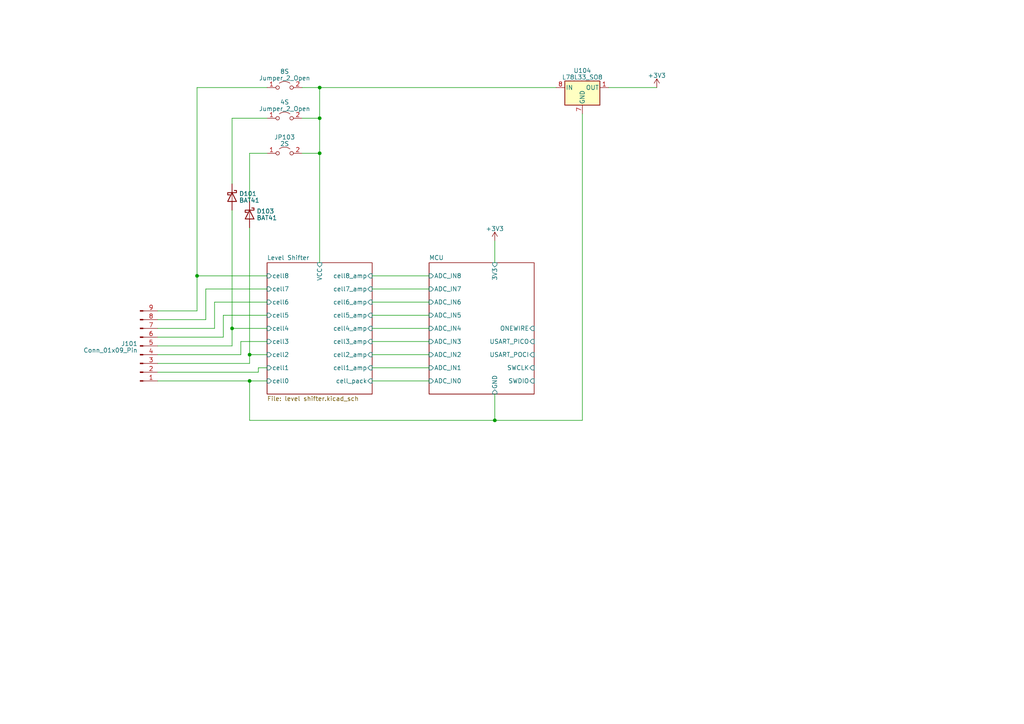
<source format=kicad_sch>
(kicad_sch (version 20230121) (generator eeschema)

  (uuid a7d525ca-c4cb-4a7a-8337-8afd7514bbeb)

  (paper "A4")

  (title_block
    (title "Voltmod - Level Shifter")
    (date "2023-03-23")
    (rev "01")
    (company "Rollo Vanworks")
  )

  (lib_symbols
    (symbol "Connector:Conn_01x09_Pin" (pin_names (offset 1.016) hide) (in_bom yes) (on_board yes)
      (property "Reference" "J" (at 0 12.7 0)
        (effects (font (size 1.27 1.27)))
      )
      (property "Value" "Conn_01x09_Pin" (at 0 -12.7 0)
        (effects (font (size 1.27 1.27)))
      )
      (property "Footprint" "" (at 0 0 0)
        (effects (font (size 1.27 1.27)) hide)
      )
      (property "Datasheet" "~" (at 0 0 0)
        (effects (font (size 1.27 1.27)) hide)
      )
      (property "ki_locked" "" (at 0 0 0)
        (effects (font (size 1.27 1.27)))
      )
      (property "ki_keywords" "connector" (at 0 0 0)
        (effects (font (size 1.27 1.27)) hide)
      )
      (property "ki_description" "Generic connector, single row, 01x09, script generated" (at 0 0 0)
        (effects (font (size 1.27 1.27)) hide)
      )
      (property "ki_fp_filters" "Connector*:*_1x??_*" (at 0 0 0)
        (effects (font (size 1.27 1.27)) hide)
      )
      (symbol "Conn_01x09_Pin_1_1"
        (polyline
          (pts
            (xy 1.27 -10.16)
            (xy 0.8636 -10.16)
          )
          (stroke (width 0.1524) (type default))
          (fill (type none))
        )
        (polyline
          (pts
            (xy 1.27 -7.62)
            (xy 0.8636 -7.62)
          )
          (stroke (width 0.1524) (type default))
          (fill (type none))
        )
        (polyline
          (pts
            (xy 1.27 -5.08)
            (xy 0.8636 -5.08)
          )
          (stroke (width 0.1524) (type default))
          (fill (type none))
        )
        (polyline
          (pts
            (xy 1.27 -2.54)
            (xy 0.8636 -2.54)
          )
          (stroke (width 0.1524) (type default))
          (fill (type none))
        )
        (polyline
          (pts
            (xy 1.27 0)
            (xy 0.8636 0)
          )
          (stroke (width 0.1524) (type default))
          (fill (type none))
        )
        (polyline
          (pts
            (xy 1.27 2.54)
            (xy 0.8636 2.54)
          )
          (stroke (width 0.1524) (type default))
          (fill (type none))
        )
        (polyline
          (pts
            (xy 1.27 5.08)
            (xy 0.8636 5.08)
          )
          (stroke (width 0.1524) (type default))
          (fill (type none))
        )
        (polyline
          (pts
            (xy 1.27 7.62)
            (xy 0.8636 7.62)
          )
          (stroke (width 0.1524) (type default))
          (fill (type none))
        )
        (polyline
          (pts
            (xy 1.27 10.16)
            (xy 0.8636 10.16)
          )
          (stroke (width 0.1524) (type default))
          (fill (type none))
        )
        (rectangle (start 0.8636 -10.033) (end 0 -10.287)
          (stroke (width 0.1524) (type default))
          (fill (type outline))
        )
        (rectangle (start 0.8636 -7.493) (end 0 -7.747)
          (stroke (width 0.1524) (type default))
          (fill (type outline))
        )
        (rectangle (start 0.8636 -4.953) (end 0 -5.207)
          (stroke (width 0.1524) (type default))
          (fill (type outline))
        )
        (rectangle (start 0.8636 -2.413) (end 0 -2.667)
          (stroke (width 0.1524) (type default))
          (fill (type outline))
        )
        (rectangle (start 0.8636 0.127) (end 0 -0.127)
          (stroke (width 0.1524) (type default))
          (fill (type outline))
        )
        (rectangle (start 0.8636 2.667) (end 0 2.413)
          (stroke (width 0.1524) (type default))
          (fill (type outline))
        )
        (rectangle (start 0.8636 5.207) (end 0 4.953)
          (stroke (width 0.1524) (type default))
          (fill (type outline))
        )
        (rectangle (start 0.8636 7.747) (end 0 7.493)
          (stroke (width 0.1524) (type default))
          (fill (type outline))
        )
        (rectangle (start 0.8636 10.287) (end 0 10.033)
          (stroke (width 0.1524) (type default))
          (fill (type outline))
        )
        (pin passive line (at 5.08 10.16 180) (length 3.81)
          (name "Pin_1" (effects (font (size 1.27 1.27))))
          (number "1" (effects (font (size 1.27 1.27))))
        )
        (pin passive line (at 5.08 7.62 180) (length 3.81)
          (name "Pin_2" (effects (font (size 1.27 1.27))))
          (number "2" (effects (font (size 1.27 1.27))))
        )
        (pin passive line (at 5.08 5.08 180) (length 3.81)
          (name "Pin_3" (effects (font (size 1.27 1.27))))
          (number "3" (effects (font (size 1.27 1.27))))
        )
        (pin passive line (at 5.08 2.54 180) (length 3.81)
          (name "Pin_4" (effects (font (size 1.27 1.27))))
          (number "4" (effects (font (size 1.27 1.27))))
        )
        (pin passive line (at 5.08 0 180) (length 3.81)
          (name "Pin_5" (effects (font (size 1.27 1.27))))
          (number "5" (effects (font (size 1.27 1.27))))
        )
        (pin passive line (at 5.08 -2.54 180) (length 3.81)
          (name "Pin_6" (effects (font (size 1.27 1.27))))
          (number "6" (effects (font (size 1.27 1.27))))
        )
        (pin passive line (at 5.08 -5.08 180) (length 3.81)
          (name "Pin_7" (effects (font (size 1.27 1.27))))
          (number "7" (effects (font (size 1.27 1.27))))
        )
        (pin passive line (at 5.08 -7.62 180) (length 3.81)
          (name "Pin_8" (effects (font (size 1.27 1.27))))
          (number "8" (effects (font (size 1.27 1.27))))
        )
        (pin passive line (at 5.08 -10.16 180) (length 3.81)
          (name "Pin_9" (effects (font (size 1.27 1.27))))
          (number "9" (effects (font (size 1.27 1.27))))
        )
      )
    )
    (symbol "Diode:BAT41" (pin_numbers hide) (pin_names (offset 1.016) hide) (in_bom yes) (on_board yes)
      (property "Reference" "D" (at 0 2.54 0)
        (effects (font (size 1.27 1.27)))
      )
      (property "Value" "BAT41" (at 0 -2.54 0)
        (effects (font (size 1.27 1.27)))
      )
      (property "Footprint" "Diode_THT:D_DO-35_SOD27_P7.62mm_Horizontal" (at 0 -4.445 0)
        (effects (font (size 1.27 1.27)) hide)
      )
      (property "Datasheet" "http://www.vishay.com/docs/85659/bat41.pdf" (at 0 0 0)
        (effects (font (size 1.27 1.27)) hide)
      )
      (property "ki_keywords" "diode Schottky" (at 0 0 0)
        (effects (font (size 1.27 1.27)) hide)
      )
      (property "ki_description" "100V 0.1A Small Signal Schottky Diode, DO-35" (at 0 0 0)
        (effects (font (size 1.27 1.27)) hide)
      )
      (property "ki_fp_filters" "D*DO?35*" (at 0 0 0)
        (effects (font (size 1.27 1.27)) hide)
      )
      (symbol "BAT41_0_1"
        (polyline
          (pts
            (xy 1.27 0)
            (xy -1.27 0)
          )
          (stroke (width 0) (type default))
          (fill (type none))
        )
        (polyline
          (pts
            (xy 1.27 1.27)
            (xy 1.27 -1.27)
            (xy -1.27 0)
            (xy 1.27 1.27)
          )
          (stroke (width 0.254) (type default))
          (fill (type none))
        )
        (polyline
          (pts
            (xy -1.905 0.635)
            (xy -1.905 1.27)
            (xy -1.27 1.27)
            (xy -1.27 -1.27)
            (xy -0.635 -1.27)
            (xy -0.635 -0.635)
          )
          (stroke (width 0.254) (type default))
          (fill (type none))
        )
      )
      (symbol "BAT41_1_1"
        (pin passive line (at -3.81 0 0) (length 2.54)
          (name "K" (effects (font (size 1.27 1.27))))
          (number "1" (effects (font (size 1.27 1.27))))
        )
        (pin passive line (at 3.81 0 180) (length 2.54)
          (name "A" (effects (font (size 1.27 1.27))))
          (number "2" (effects (font (size 1.27 1.27))))
        )
      )
    )
    (symbol "Jumper:Jumper_2_Open" (pin_names (offset 0) hide) (in_bom yes) (on_board yes)
      (property "Reference" "JP" (at 0 2.794 0)
        (effects (font (size 1.27 1.27)))
      )
      (property "Value" "Jumper_2_Open" (at 0 -2.286 0)
        (effects (font (size 1.27 1.27)))
      )
      (property "Footprint" "" (at 0 0 0)
        (effects (font (size 1.27 1.27)) hide)
      )
      (property "Datasheet" "~" (at 0 0 0)
        (effects (font (size 1.27 1.27)) hide)
      )
      (property "ki_keywords" "Jumper SPST" (at 0 0 0)
        (effects (font (size 1.27 1.27)) hide)
      )
      (property "ki_description" "Jumper, 2-pole, open" (at 0 0 0)
        (effects (font (size 1.27 1.27)) hide)
      )
      (property "ki_fp_filters" "Jumper* TestPoint*2Pads* TestPoint*Bridge*" (at 0 0 0)
        (effects (font (size 1.27 1.27)) hide)
      )
      (symbol "Jumper_2_Open_0_0"
        (circle (center -2.032 0) (radius 0.508)
          (stroke (width 0) (type default))
          (fill (type none))
        )
        (circle (center 2.032 0) (radius 0.508)
          (stroke (width 0) (type default))
          (fill (type none))
        )
      )
      (symbol "Jumper_2_Open_0_1"
        (arc (start 1.524 1.27) (mid 0 1.778) (end -1.524 1.27)
          (stroke (width 0) (type default))
          (fill (type none))
        )
      )
      (symbol "Jumper_2_Open_1_1"
        (pin passive line (at -5.08 0 0) (length 2.54)
          (name "A" (effects (font (size 1.27 1.27))))
          (number "1" (effects (font (size 1.27 1.27))))
        )
        (pin passive line (at 5.08 0 180) (length 2.54)
          (name "B" (effects (font (size 1.27 1.27))))
          (number "2" (effects (font (size 1.27 1.27))))
        )
      )
    )
    (symbol "Regulator_Linear:L78L33_SO8" (pin_names (offset 0.254)) (in_bom yes) (on_board yes)
      (property "Reference" "U" (at -3.81 3.175 0)
        (effects (font (size 1.27 1.27)))
      )
      (property "Value" "L78L33_SO8" (at 0 3.175 0)
        (effects (font (size 1.27 1.27)) (justify left))
      )
      (property "Footprint" "Package_SO:SOIC-8_3.9x4.9mm_P1.27mm" (at 2.54 5.08 0)
        (effects (font (size 1.27 1.27) italic) hide)
      )
      (property "Datasheet" "http://www.st.com/content/ccc/resource/technical/document/datasheet/15/55/e5/aa/23/5b/43/fd/CD00000446.pdf/files/CD00000446.pdf/jcr:content/translations/en.CD00000446.pdf" (at 5.08 0 0)
        (effects (font (size 1.27 1.27)) hide)
      )
      (property "ki_keywords" "Voltage Regulator 100mA Positive" (at 0 0 0)
        (effects (font (size 1.27 1.27)) hide)
      )
      (property "ki_description" "Positive 100mA 30V Linear Regulator, Fixed Output 3.3V, SO-8" (at 0 0 0)
        (effects (font (size 1.27 1.27)) hide)
      )
      (property "ki_fp_filters" "SOIC*3.9x4.9mm*P1.27mm*" (at 0 0 0)
        (effects (font (size 1.27 1.27)) hide)
      )
      (symbol "L78L33_SO8_0_1"
        (rectangle (start -5.08 1.905) (end 5.08 -5.08)
          (stroke (width 0.254) (type default))
          (fill (type background))
        )
      )
      (symbol "L78L33_SO8_1_1"
        (pin power_out line (at 7.62 0 180) (length 2.54)
          (name "OUT" (effects (font (size 1.27 1.27))))
          (number "1" (effects (font (size 1.27 1.27))))
        )
        (pin passive line (at 0 -7.62 90) (length 2.54) hide
          (name "GND" (effects (font (size 1.27 1.27))))
          (number "2" (effects (font (size 1.27 1.27))))
        )
        (pin passive line (at 0 -7.62 90) (length 2.54) hide
          (name "GND" (effects (font (size 1.27 1.27))))
          (number "3" (effects (font (size 1.27 1.27))))
        )
        (pin no_connect line (at -5.08 -2.54 0) (length 2.54) hide
          (name "NC" (effects (font (size 1.27 1.27))))
          (number "4" (effects (font (size 1.27 1.27))))
        )
        (pin no_connect line (at 5.08 -2.54 180) (length 2.54) hide
          (name "NC" (effects (font (size 1.27 1.27))))
          (number "5" (effects (font (size 1.27 1.27))))
        )
        (pin passive line (at 0 -7.62 90) (length 2.54) hide
          (name "GND" (effects (font (size 1.27 1.27))))
          (number "6" (effects (font (size 1.27 1.27))))
        )
        (pin power_in line (at 0 -7.62 90) (length 2.54)
          (name "GND" (effects (font (size 1.27 1.27))))
          (number "7" (effects (font (size 1.27 1.27))))
        )
        (pin power_in line (at -7.62 0 0) (length 2.54)
          (name "IN" (effects (font (size 1.27 1.27))))
          (number "8" (effects (font (size 1.27 1.27))))
        )
      )
    )
    (symbol "power:+3V3" (power) (pin_names (offset 0)) (in_bom yes) (on_board yes)
      (property "Reference" "#PWR" (at 0 -3.81 0)
        (effects (font (size 1.27 1.27)) hide)
      )
      (property "Value" "+3V3" (at 0 3.556 0)
        (effects (font (size 1.27 1.27)))
      )
      (property "Footprint" "" (at 0 0 0)
        (effects (font (size 1.27 1.27)) hide)
      )
      (property "Datasheet" "" (at 0 0 0)
        (effects (font (size 1.27 1.27)) hide)
      )
      (property "ki_keywords" "global power" (at 0 0 0)
        (effects (font (size 1.27 1.27)) hide)
      )
      (property "ki_description" "Power symbol creates a global label with name \"+3V3\"" (at 0 0 0)
        (effects (font (size 1.27 1.27)) hide)
      )
      (symbol "+3V3_0_1"
        (polyline
          (pts
            (xy -0.762 1.27)
            (xy 0 2.54)
          )
          (stroke (width 0) (type default))
          (fill (type none))
        )
        (polyline
          (pts
            (xy 0 0)
            (xy 0 2.54)
          )
          (stroke (width 0) (type default))
          (fill (type none))
        )
        (polyline
          (pts
            (xy 0 2.54)
            (xy 0.762 1.27)
          )
          (stroke (width 0) (type default))
          (fill (type none))
        )
      )
      (symbol "+3V3_1_1"
        (pin power_in line (at 0 0 90) (length 0) hide
          (name "+3V3" (effects (font (size 1.27 1.27))))
          (number "1" (effects (font (size 1.27 1.27))))
        )
      )
    )
  )

  (junction (at 92.71 34.29) (diameter 0) (color 0 0 0 0)
    (uuid 2cdd2f22-986a-4de3-a244-7df61d01469c)
  )
  (junction (at 72.39 102.87) (diameter 0) (color 0 0 0 0)
    (uuid 66947ba3-75e3-4600-8fe2-318078296c66)
  )
  (junction (at 92.71 25.4) (diameter 0) (color 0 0 0 0)
    (uuid 69b98fa9-bf8e-4a4c-803c-2822e102326b)
  )
  (junction (at 72.39 110.49) (diameter 0) (color 0 0 0 0)
    (uuid 867588f8-a8e3-4483-a9dd-ae2b5b1914b0)
  )
  (junction (at 92.71 44.45) (diameter 0) (color 0 0 0 0)
    (uuid b8af21a3-a5bc-4b49-ba37-a034546d1abd)
  )
  (junction (at 143.51 121.92) (diameter 0) (color 0 0 0 0)
    (uuid d0c72b76-220f-4a83-a0ea-89a3f5846a2b)
  )
  (junction (at 67.31 95.25) (diameter 0) (color 0 0 0 0)
    (uuid eedab907-39b2-4b8d-8d05-acf145d43c9d)
  )
  (junction (at 57.15 80.01) (diameter 0) (color 0 0 0 0)
    (uuid fc8e2af3-2ff3-4103-a1bd-cbcc3db3286a)
  )

  (wire (pts (xy 72.39 121.92) (xy 143.51 121.92))
    (stroke (width 0) (type default))
    (uuid 04641a69-2dd3-4d73-888b-0a8ec05f2c77)
  )
  (wire (pts (xy 45.72 110.49) (xy 72.39 110.49))
    (stroke (width 0) (type default))
    (uuid 086ec9e7-f3fa-434b-8a6e-08b97eba8c70)
  )
  (wire (pts (xy 107.95 106.68) (xy 124.46 106.68))
    (stroke (width 0) (type default))
    (uuid 0b645405-8170-487e-941e-e2ad03288ab4)
  )
  (wire (pts (xy 45.72 107.95) (xy 74.93 107.95))
    (stroke (width 0) (type default))
    (uuid 1081f453-cdfb-463b-bf00-635b82607c8a)
  )
  (wire (pts (xy 107.95 91.44) (xy 124.46 91.44))
    (stroke (width 0) (type default))
    (uuid 14ee6fbf-c4eb-4af8-9cd4-92069e4fc05c)
  )
  (wire (pts (xy 45.72 92.71) (xy 59.69 92.71))
    (stroke (width 0) (type default))
    (uuid 1a728ddd-f97c-4998-a680-5cfc4cc88dd2)
  )
  (wire (pts (xy 62.23 87.63) (xy 77.47 87.63))
    (stroke (width 0) (type default))
    (uuid 1f85c69d-c807-4405-b2f1-25767cbbb339)
  )
  (wire (pts (xy 92.71 25.4) (xy 161.29 25.4))
    (stroke (width 0) (type default))
    (uuid 23206e19-7171-4df0-a849-a98fd0bf8bb8)
  )
  (wire (pts (xy 72.39 44.45) (xy 72.39 58.42))
    (stroke (width 0) (type default))
    (uuid 2459403b-2328-4d31-a87a-ffd322720405)
  )
  (wire (pts (xy 62.23 95.25) (xy 62.23 87.63))
    (stroke (width 0) (type default))
    (uuid 273d67de-3d18-4206-a2ba-140c6afd90fc)
  )
  (wire (pts (xy 67.31 34.29) (xy 67.31 53.34))
    (stroke (width 0) (type default))
    (uuid 27feee75-cda1-4b00-a8de-26206db62dba)
  )
  (wire (pts (xy 74.93 106.68) (xy 77.47 106.68))
    (stroke (width 0) (type default))
    (uuid 29531100-25b8-4bab-90da-c5da7c7664b5)
  )
  (wire (pts (xy 72.39 66.04) (xy 72.39 102.87))
    (stroke (width 0) (type default))
    (uuid 2e93d354-7c37-4942-9189-25f9a06f705e)
  )
  (wire (pts (xy 107.95 102.87) (xy 124.46 102.87))
    (stroke (width 0) (type default))
    (uuid 3ee5b270-f0f4-485b-8f7c-ea613f3b8b76)
  )
  (wire (pts (xy 59.69 83.82) (xy 77.47 83.82))
    (stroke (width 0) (type default))
    (uuid 44fc0c1f-d57d-41f9-8456-df5d2949fb74)
  )
  (wire (pts (xy 107.95 87.63) (xy 124.46 87.63))
    (stroke (width 0) (type default))
    (uuid 4bf56fe8-01c3-4513-bcaf-892fb5804777)
  )
  (wire (pts (xy 67.31 100.33) (xy 67.31 95.25))
    (stroke (width 0) (type default))
    (uuid 4ce55ded-a2cd-46ad-875b-8ec01d72854c)
  )
  (wire (pts (xy 77.47 44.45) (xy 72.39 44.45))
    (stroke (width 0) (type default))
    (uuid 4d0c12bc-5182-4d1a-a63b-62db158e0903)
  )
  (wire (pts (xy 168.91 33.02) (xy 168.91 121.92))
    (stroke (width 0) (type default))
    (uuid 4d70112d-d050-454f-b9bc-8402e898f4ae)
  )
  (wire (pts (xy 87.63 34.29) (xy 92.71 34.29))
    (stroke (width 0) (type default))
    (uuid 4ec898bd-2283-41f1-9d30-02542e6fe565)
  )
  (wire (pts (xy 107.95 83.82) (xy 124.46 83.82))
    (stroke (width 0) (type default))
    (uuid 4f00040c-d2a2-4766-ac0f-6889885635b7)
  )
  (wire (pts (xy 107.95 80.01) (xy 124.46 80.01))
    (stroke (width 0) (type default))
    (uuid 4fa27edd-4d99-4a93-81d9-ff3b5c27a152)
  )
  (wire (pts (xy 64.77 91.44) (xy 77.47 91.44))
    (stroke (width 0) (type default))
    (uuid 55609e48-1fc3-4982-b452-ddcce0c031ae)
  )
  (wire (pts (xy 74.93 107.95) (xy 74.93 106.68))
    (stroke (width 0) (type default))
    (uuid 578c0ac9-2ac0-4aac-90e3-f451d9ed36fc)
  )
  (wire (pts (xy 72.39 105.41) (xy 72.39 102.87))
    (stroke (width 0) (type default))
    (uuid 584ff89c-9808-4933-8c0e-8157d3d72ea4)
  )
  (wire (pts (xy 45.72 102.87) (xy 69.85 102.87))
    (stroke (width 0) (type default))
    (uuid 63cdeb3b-8f39-44d1-97f2-393a4bd5b246)
  )
  (wire (pts (xy 59.69 92.71) (xy 59.69 83.82))
    (stroke (width 0) (type default))
    (uuid 73e5782f-72e6-4969-b009-e5dded2d7c12)
  )
  (wire (pts (xy 143.51 69.85) (xy 143.51 76.2))
    (stroke (width 0) (type default))
    (uuid 7632d7f2-b0ab-44f1-8d2b-dd301afe3d3d)
  )
  (wire (pts (xy 92.71 25.4) (xy 92.71 34.29))
    (stroke (width 0) (type default))
    (uuid 784d5fef-34ae-4b53-b640-a0d58ff2cd42)
  )
  (wire (pts (xy 143.51 121.92) (xy 143.51 114.3))
    (stroke (width 0) (type default))
    (uuid 7b9fff75-d15d-4a51-8c65-5f4f39a95482)
  )
  (wire (pts (xy 45.72 97.79) (xy 64.77 97.79))
    (stroke (width 0) (type default))
    (uuid 7c55d1c0-35ab-4282-917c-6fe4ffbd87f2)
  )
  (wire (pts (xy 176.53 25.4) (xy 190.5 25.4))
    (stroke (width 0) (type default))
    (uuid 80979c0a-d268-45b5-be4c-14e0fadf52a6)
  )
  (wire (pts (xy 92.71 44.45) (xy 92.71 76.2))
    (stroke (width 0) (type default))
    (uuid 82716073-b605-4cc9-9056-dd029a9045bb)
  )
  (wire (pts (xy 107.95 99.06) (xy 124.46 99.06))
    (stroke (width 0) (type default))
    (uuid 873d3026-3ed7-4586-8051-5e5311a69700)
  )
  (wire (pts (xy 45.72 105.41) (xy 72.39 105.41))
    (stroke (width 0) (type default))
    (uuid 882857bd-41f6-458e-a872-4195a4bd4746)
  )
  (wire (pts (xy 45.72 100.33) (xy 67.31 100.33))
    (stroke (width 0) (type default))
    (uuid 8a9dcad5-61e3-4389-bea3-e0366e4387ea)
  )
  (wire (pts (xy 77.47 110.49) (xy 72.39 110.49))
    (stroke (width 0) (type default))
    (uuid 97f73a94-40ac-43eb-8eaf-27a00fbceaac)
  )
  (wire (pts (xy 67.31 95.25) (xy 77.47 95.25))
    (stroke (width 0) (type default))
    (uuid 9fe52a88-1c19-448a-8120-c36dab54a3ac)
  )
  (wire (pts (xy 107.95 95.25) (xy 124.46 95.25))
    (stroke (width 0) (type default))
    (uuid a0f0376e-bcac-4e1b-b7e7-502491ac51e8)
  )
  (wire (pts (xy 69.85 99.06) (xy 77.47 99.06))
    (stroke (width 0) (type default))
    (uuid a53a363e-af9b-4359-a348-7036fd3cae15)
  )
  (wire (pts (xy 57.15 25.4) (xy 57.15 80.01))
    (stroke (width 0) (type default))
    (uuid a6e631b7-ce4c-4c28-8295-aec602bd956e)
  )
  (wire (pts (xy 92.71 34.29) (xy 92.71 44.45))
    (stroke (width 0) (type default))
    (uuid a7485229-17ff-4dca-8fc2-a33597cc338a)
  )
  (wire (pts (xy 107.95 110.49) (xy 124.46 110.49))
    (stroke (width 0) (type default))
    (uuid a88f5a4e-a2d2-48b7-9eea-9ecd8ae33e38)
  )
  (wire (pts (xy 87.63 44.45) (xy 92.71 44.45))
    (stroke (width 0) (type default))
    (uuid ad9a36e2-2715-4abf-8a5f-4eeca95646ab)
  )
  (wire (pts (xy 57.15 80.01) (xy 77.47 80.01))
    (stroke (width 0) (type default))
    (uuid ae88fc82-90fb-4d0a-a0c9-c21ca664a6aa)
  )
  (wire (pts (xy 69.85 102.87) (xy 69.85 99.06))
    (stroke (width 0) (type default))
    (uuid b9f44ce9-dd03-4264-a846-f23d76544f06)
  )
  (wire (pts (xy 45.72 90.17) (xy 57.15 90.17))
    (stroke (width 0) (type default))
    (uuid c0599394-bd88-4e95-bbfa-74b549192737)
  )
  (wire (pts (xy 67.31 60.96) (xy 67.31 95.25))
    (stroke (width 0) (type default))
    (uuid c09412b4-f946-41c1-902f-bc1596dc354a)
  )
  (wire (pts (xy 92.71 25.4) (xy 87.63 25.4))
    (stroke (width 0) (type default))
    (uuid c64c8ef6-91ea-440c-86ed-3fe8ad84a925)
  )
  (wire (pts (xy 64.77 97.79) (xy 64.77 91.44))
    (stroke (width 0) (type default))
    (uuid c7e0f939-9c58-4f6b-975d-64f850873c33)
  )
  (wire (pts (xy 57.15 90.17) (xy 57.15 80.01))
    (stroke (width 0) (type default))
    (uuid c8d5ff2a-78ea-428c-9da7-4a33ffc233bb)
  )
  (wire (pts (xy 72.39 110.49) (xy 72.39 121.92))
    (stroke (width 0) (type default))
    (uuid ced3ba88-c26b-4bc0-8464-051ad3930f84)
  )
  (wire (pts (xy 45.72 95.25) (xy 62.23 95.25))
    (stroke (width 0) (type default))
    (uuid de4a859e-537b-461c-bf44-98824510e9c5)
  )
  (wire (pts (xy 72.39 102.87) (xy 77.47 102.87))
    (stroke (width 0) (type default))
    (uuid e56fdee3-c338-42e6-ab5c-c8c801942c01)
  )
  (wire (pts (xy 168.91 121.92) (xy 143.51 121.92))
    (stroke (width 0) (type default))
    (uuid f035ff65-4919-4e40-9c63-5a47e26453c5)
  )
  (wire (pts (xy 77.47 34.29) (xy 67.31 34.29))
    (stroke (width 0) (type default))
    (uuid f7e3af85-6d78-4102-8461-fa3484c9d565)
  )
  (wire (pts (xy 77.47 25.4) (xy 57.15 25.4))
    (stroke (width 0) (type default))
    (uuid febd1d12-4a9d-4802-bb52-0a1be9f40c65)
  )

  (symbol (lib_id "power:+3V3") (at 143.51 69.85 0) (unit 1)
    (in_bom yes) (on_board yes) (dnp no) (fields_autoplaced)
    (uuid 1c3e748f-996f-4cf1-8d2c-cd3b4792129c)
    (property "Reference" "#PWR0102" (at 143.51 73.66 0)
      (effects (font (size 1.27 1.27)) hide)
    )
    (property "Value" "+3V3" (at 143.51 66.3481 0)
      (effects (font (size 1.27 1.27)))
    )
    (property "Footprint" "" (at 143.51 69.85 0)
      (effects (font (size 1.27 1.27)) hide)
    )
    (property "Datasheet" "" (at 143.51 69.85 0)
      (effects (font (size 1.27 1.27)) hide)
    )
    (pin "1" (uuid 4dede3fc-2f96-459f-9cd5-3e7deaca4be5))
    (instances
      (project "main"
        (path "/a7d525ca-c4cb-4a7a-8337-8afd7514bbeb"
          (reference "#PWR0102") (unit 1)
        )
      )
    )
  )

  (symbol (lib_id "Connector:Conn_01x09_Pin") (at 40.64 100.33 0) (mirror x) (unit 1)
    (in_bom yes) (on_board yes) (dnp no) (fields_autoplaced)
    (uuid 32d768a3-ee67-4db5-8f17-36a43a9b04c6)
    (property "Reference" "J101" (at 39.9289 99.6863 0)
      (effects (font (size 1.27 1.27)) (justify right))
    )
    (property "Value" "Conn_01x09_Pin" (at 39.9289 101.6073 0)
      (effects (font (size 1.27 1.27)) (justify right))
    )
    (property "Footprint" "" (at 40.64 100.33 0)
      (effects (font (size 1.27 1.27)) hide)
    )
    (property "Datasheet" "~" (at 40.64 100.33 0)
      (effects (font (size 1.27 1.27)) hide)
    )
    (pin "1" (uuid 0125372e-e1d8-48d4-9baa-6d1515309520))
    (pin "2" (uuid 67284702-6acc-4445-b360-7ca365fd7103))
    (pin "3" (uuid 0eefc1da-af52-449c-9307-6ce6c6065f4c))
    (pin "4" (uuid e931daeb-54f5-4c58-863c-e5dbc4905849))
    (pin "5" (uuid 03ca2738-4086-4e14-bb0a-4aca27fa7d30))
    (pin "6" (uuid d373f99a-cfcf-4940-8dfc-d3b96d7c85fe))
    (pin "7" (uuid a89c4ea9-e77a-4cba-94d6-9c66e2543d20))
    (pin "8" (uuid 84fcaecf-e815-40f6-beef-3b8bf9a051ea))
    (pin "9" (uuid 2d5347bb-a175-46ce-af2d-6fca0d3979ff))
    (instances
      (project "main"
        (path "/a7d525ca-c4cb-4a7a-8337-8afd7514bbeb"
          (reference "J101") (unit 1)
        )
      )
    )
  )

  (symbol (lib_id "Diode:BAT41") (at 67.31 57.15 270) (unit 1)
    (in_bom yes) (on_board yes) (dnp no) (fields_autoplaced)
    (uuid 39eeb809-188d-400e-9afa-4139b916ee27)
    (property "Reference" "D101" (at 69.342 56.1888 90)
      (effects (font (size 1.27 1.27)) (justify left))
    )
    (property "Value" "BAT41" (at 69.342 58.1098 90)
      (effects (font (size 1.27 1.27)) (justify left))
    )
    (property "Footprint" "Diode_THT:D_DO-35_SOD27_P7.62mm_Horizontal" (at 62.865 57.15 0)
      (effects (font (size 1.27 1.27)) hide)
    )
    (property "Datasheet" "http://www.vishay.com/docs/85659/bat41.pdf" (at 67.31 57.15 0)
      (effects (font (size 1.27 1.27)) hide)
    )
    (pin "1" (uuid d12950fb-2c7b-480e-aed1-c318f3630a9b))
    (pin "2" (uuid 4b57ba2c-cb29-4311-8d2c-9399247d722c))
    (instances
      (project "main"
        (path "/a7d525ca-c4cb-4a7a-8337-8afd7514bbeb"
          (reference "D101") (unit 1)
        )
      )
    )
  )

  (symbol (lib_id "Jumper:Jumper_2_Open") (at 82.55 34.29 0) (unit 1)
    (in_bom yes) (on_board yes) (dnp no) (fields_autoplaced)
    (uuid 45e05f74-66b9-4e5c-ad0f-1e3278145442)
    (property "Reference" "4S" (at 82.55 29.6291 0)
      (effects (font (size 1.27 1.27)))
    )
    (property "Value" "Jumper_2_Open" (at 82.55 31.5501 0)
      (effects (font (size 1.27 1.27)))
    )
    (property "Footprint" "" (at 82.55 34.29 0)
      (effects (font (size 1.27 1.27)) hide)
    )
    (property "Datasheet" "~" (at 82.55 34.29 0)
      (effects (font (size 1.27 1.27)) hide)
    )
    (pin "1" (uuid 5a7aa6e4-156d-4b63-a8f6-512abcfaa6dd))
    (pin "2" (uuid c564f6c3-c83f-47bc-8d31-39ec630fd7f3))
    (instances
      (project "main"
        (path "/a7d525ca-c4cb-4a7a-8337-8afd7514bbeb"
          (reference "4S") (unit 1)
        )
      )
    )
  )

  (symbol (lib_id "power:+3V3") (at 190.5 25.4 0) (unit 1)
    (in_bom yes) (on_board yes) (dnp no) (fields_autoplaced)
    (uuid 6329d065-afcb-4663-af78-db0b716626df)
    (property "Reference" "#PWR0101" (at 190.5 29.21 0)
      (effects (font (size 1.27 1.27)) hide)
    )
    (property "Value" "+3V3" (at 190.5 21.8981 0)
      (effects (font (size 1.27 1.27)))
    )
    (property "Footprint" "" (at 190.5 25.4 0)
      (effects (font (size 1.27 1.27)) hide)
    )
    (property "Datasheet" "" (at 190.5 25.4 0)
      (effects (font (size 1.27 1.27)) hide)
    )
    (pin "1" (uuid 72336e3b-0c58-46d0-908d-39e88ce49d91))
    (instances
      (project "main"
        (path "/a7d525ca-c4cb-4a7a-8337-8afd7514bbeb"
          (reference "#PWR0101") (unit 1)
        )
      )
    )
  )

  (symbol (lib_id "Diode:BAT41") (at 72.39 62.23 270) (unit 1)
    (in_bom yes) (on_board yes) (dnp no) (fields_autoplaced)
    (uuid 76a4b000-f69f-4360-8f8b-6e40e20918a7)
    (property "Reference" "D103" (at 74.422 61.2688 90)
      (effects (font (size 1.27 1.27)) (justify left))
    )
    (property "Value" "BAT41" (at 74.422 63.1898 90)
      (effects (font (size 1.27 1.27)) (justify left))
    )
    (property "Footprint" "Diode_THT:D_DO-35_SOD27_P7.62mm_Horizontal" (at 67.945 62.23 0)
      (effects (font (size 1.27 1.27)) hide)
    )
    (property "Datasheet" "http://www.vishay.com/docs/85659/bat41.pdf" (at 72.39 62.23 0)
      (effects (font (size 1.27 1.27)) hide)
    )
    (pin "1" (uuid 7354cd6a-27f4-4b58-8516-922ffda49ff8))
    (pin "2" (uuid 01550ba0-98e9-4f0f-ac8b-37cb45d6e295))
    (instances
      (project "main"
        (path "/a7d525ca-c4cb-4a7a-8337-8afd7514bbeb"
          (reference "D103") (unit 1)
        )
      )
    )
  )

  (symbol (lib_id "Regulator_Linear:L78L33_SO8") (at 168.91 25.4 0) (unit 1)
    (in_bom yes) (on_board yes) (dnp no) (fields_autoplaced)
    (uuid 8217b0a5-7190-4bbe-975b-7385e65516ac)
    (property "Reference" "U104" (at 168.91 20.4851 0)
      (effects (font (size 1.27 1.27)))
    )
    (property "Value" "L78L33_SO8" (at 168.91 22.4061 0)
      (effects (font (size 1.27 1.27)))
    )
    (property "Footprint" "Package_SO:SOIC-8_3.9x4.9mm_P1.27mm" (at 171.45 20.32 0)
      (effects (font (size 1.27 1.27) italic) hide)
    )
    (property "Datasheet" "http://www.st.com/content/ccc/resource/technical/document/datasheet/15/55/e5/aa/23/5b/43/fd/CD00000446.pdf/files/CD00000446.pdf/jcr:content/translations/en.CD00000446.pdf" (at 173.99 25.4 0)
      (effects (font (size 1.27 1.27)) hide)
    )
    (pin "1" (uuid 27f0a5f7-2074-48f1-a9e3-a8bb0960d5c2))
    (pin "2" (uuid 7c726e58-a256-4ab8-86f6-16c192caa0d6))
    (pin "3" (uuid c914ac7b-ddf9-47fe-9601-90235bc0a366))
    (pin "4" (uuid 8cd447a9-c6ee-42e0-be8e-b0b2564a7a30))
    (pin "5" (uuid 97936bae-b6d7-441c-831c-d76e7dbaeb18))
    (pin "6" (uuid 6ae51338-c9ea-4bda-8871-36e06df3a98b))
    (pin "7" (uuid 493030ed-f6f6-40d8-9b2b-8def4aabcae5))
    (pin "8" (uuid f2b317ea-fe4e-42a4-ae16-f5d53e06b98c))
    (instances
      (project "main"
        (path "/a7d525ca-c4cb-4a7a-8337-8afd7514bbeb"
          (reference "U104") (unit 1)
        )
      )
    )
  )

  (symbol (lib_id "Jumper:Jumper_2_Open") (at 82.55 25.4 0) (unit 1)
    (in_bom yes) (on_board yes) (dnp no) (fields_autoplaced)
    (uuid f2f97976-7cb5-4f74-8c64-9d14e9cd5166)
    (property "Reference" "8S" (at 82.55 20.7391 0)
      (effects (font (size 1.27 1.27)))
    )
    (property "Value" "Jumper_2_Open" (at 82.55 22.6601 0)
      (effects (font (size 1.27 1.27)))
    )
    (property "Footprint" "" (at 82.55 25.4 0)
      (effects (font (size 1.27 1.27)) hide)
    )
    (property "Datasheet" "~" (at 82.55 25.4 0)
      (effects (font (size 1.27 1.27)) hide)
    )
    (pin "1" (uuid d43eb134-608c-4b7b-853a-cb06d8493d9e))
    (pin "2" (uuid 5700cf16-d98c-4179-9803-34d82370e26f))
    (instances
      (project "main"
        (path "/a7d525ca-c4cb-4a7a-8337-8afd7514bbeb"
          (reference "8S") (unit 1)
        )
      )
    )
  )

  (symbol (lib_id "Jumper:Jumper_2_Open") (at 82.55 44.45 0) (unit 1)
    (in_bom yes) (on_board yes) (dnp no) (fields_autoplaced)
    (uuid f6212bdb-4f7c-4534-aa4f-6f8c5247064a)
    (property "Reference" "JP103" (at 82.55 39.7891 0)
      (effects (font (size 1.27 1.27)))
    )
    (property "Value" "2S" (at 82.55 41.7101 0)
      (effects (font (size 1.27 1.27)))
    )
    (property "Footprint" "" (at 82.55 44.45 0)
      (effects (font (size 1.27 1.27)) hide)
    )
    (property "Datasheet" "~" (at 82.55 44.45 0)
      (effects (font (size 1.27 1.27)) hide)
    )
    (pin "1" (uuid c4b1db4a-514b-40e6-bbee-2c1e27a84e46))
    (pin "2" (uuid b15bf464-0b96-47ee-b9f5-a242d058214f))
    (instances
      (project "main"
        (path "/a7d525ca-c4cb-4a7a-8337-8afd7514bbeb"
          (reference "JP103") (unit 1)
        )
      )
    )
  )

  (sheet (at 124.46 76.2) (size 30.48 38.1)
    (stroke (width 0.1524) (type solid))
    (fill (color 0 0 0 0.0000))
    (uuid 608fadb2-7436-4bb6-b36c-1e70f65483d8)
    (property "Sheetname" "MCU" (at 124.46 75.4884 0)
      (effects (font (size 1.27 1.27)) (justify left bottom))
    )
    (property "Sheetfile" "stm32.kicad_sch" (at 166.37 85.09 0)
      (effects (font (size 1.27 1.27)) (justify left top) hide)
    )
    (pin "ADC_IN0" input (at 124.46 110.49 180)
      (effects (font (size 1.27 1.27)) (justify left))
      (uuid abb094c7-cb1b-4008-b70f-9a5c2c2c8c6d)
    )
    (pin "ADC_IN1" input (at 124.46 106.68 180)
      (effects (font (size 1.27 1.27)) (justify left))
      (uuid 884cf38b-a3b9-4c96-9e04-cdc340b3e6fb)
    )
    (pin "ADC_IN2" input (at 124.46 102.87 180)
      (effects (font (size 1.27 1.27)) (justify left))
      (uuid 6ae85b7e-ef7e-46f6-91be-0adbab2bfea9)
    )
    (pin "ADC_IN3" input (at 124.46 99.06 180)
      (effects (font (size 1.27 1.27)) (justify left))
      (uuid 5eb1ecf8-1a03-450c-ba6a-79c5688a1d26)
    )
    (pin "ADC_IN4" input (at 124.46 95.25 180)
      (effects (font (size 1.27 1.27)) (justify left))
      (uuid f279aeef-8987-4cd3-87f8-738540303f11)
    )
    (pin "ADC_IN6" input (at 124.46 87.63 180)
      (effects (font (size 1.27 1.27)) (justify left))
      (uuid aab91886-2a8c-4138-b7ca-887ad86596d8)
    )
    (pin "ADC_IN5" input (at 124.46 91.44 180)
      (effects (font (size 1.27 1.27)) (justify left))
      (uuid f3380d59-2b56-4a06-af77-54def3a95c84)
    )
    (pin "ADC_IN7" input (at 124.46 83.82 180)
      (effects (font (size 1.27 1.27)) (justify left))
      (uuid d0d499e5-1430-4ca3-bd7a-92ea740cf798)
    )
    (pin "ADC_IN8" input (at 124.46 80.01 180)
      (effects (font (size 1.27 1.27)) (justify left))
      (uuid 7b1f8126-2ea6-4f81-a240-c62a5328d4d9)
    )
    (pin "SWDIO" input (at 154.94 110.49 0)
      (effects (font (size 1.27 1.27)) (justify right))
      (uuid 25488179-72d1-4494-b0d4-97c2755a59b8)
    )
    (pin "SWCLK" input (at 154.94 106.68 0)
      (effects (font (size 1.27 1.27)) (justify right))
      (uuid 8445cfea-e2d0-49b8-b0fe-69f5a5a74232)
    )
    (pin "USART_POCI" input (at 154.94 102.87 0)
      (effects (font (size 1.27 1.27)) (justify right))
      (uuid f65740e9-724b-4acb-8497-247059363f7a)
    )
    (pin "USART_PICO" input (at 154.94 99.06 0)
      (effects (font (size 1.27 1.27)) (justify right))
      (uuid 335d97f9-0713-4f89-a0e1-dd53d59da4d0)
    )
    (pin "ONEWIRE" input (at 154.94 95.25 0)
      (effects (font (size 1.27 1.27)) (justify right))
      (uuid 447ce821-d119-4137-a88e-a0a51261bdf9)
    )
    (pin "3V3" input (at 143.51 76.2 90)
      (effects (font (size 1.27 1.27)) (justify right))
      (uuid 4d676a82-0685-4abf-b359-0f0699d81ad9)
    )
    (pin "GND" input (at 143.51 114.3 270)
      (effects (font (size 1.27 1.27)) (justify left))
      (uuid b67adffe-2c40-4f24-ae36-7ddc1640ff1a)
    )
    (instances
      (project "main"
        (path "/a7d525ca-c4cb-4a7a-8337-8afd7514bbeb" (page "3"))
      )
    )
  )

  (sheet (at 77.47 76.2) (size 30.48 38.1) (fields_autoplaced)
    (stroke (width 0.1524) (type solid))
    (fill (color 0 0 0 0.0000))
    (uuid a66b9f2e-6ae3-4ea2-ba88-5754b149371d)
    (property "Sheetname" "Level Shifter" (at 77.47 75.4884 0)
      (effects (font (size 1.27 1.27)) (justify left bottom))
    )
    (property "Sheetfile" "level shifter.kicad_sch" (at 77.47 114.8846 0)
      (effects (font (size 1.27 1.27)) (justify left top))
    )
    (pin "cell8" input (at 77.47 80.01 180)
      (effects (font (size 1.27 1.27)) (justify left))
      (uuid 0c75908d-b5a4-45af-a426-a3590c285271)
    )
    (pin "cell7" input (at 77.47 83.82 180)
      (effects (font (size 1.27 1.27)) (justify left))
      (uuid 40b0baf7-8c0a-4708-b4f5-128e93057445)
    )
    (pin "cell6" input (at 77.47 87.63 180)
      (effects (font (size 1.27 1.27)) (justify left))
      (uuid 4f882999-9fb0-4d97-8718-d6bc9445a79b)
    )
    (pin "cell5" input (at 77.47 91.44 180)
      (effects (font (size 1.27 1.27)) (justify left))
      (uuid 53a1741b-f3ef-4980-99f2-9ac589fdbeb9)
    )
    (pin "cell0" input (at 77.47 110.49 180)
      (effects (font (size 1.27 1.27)) (justify left))
      (uuid 8b6e8274-d165-4287-92ae-3fe5fd2925a2)
    )
    (pin "cell6_amp" input (at 107.95 87.63 0)
      (effects (font (size 1.27 1.27)) (justify right))
      (uuid 7c478482-fa45-4c41-8b61-bc593c43e543)
    )
    (pin "cell4" input (at 77.47 95.25 180)
      (effects (font (size 1.27 1.27)) (justify left))
      (uuid fe389d62-7df0-4c64-807b-426397fb399f)
    )
    (pin "cell5_amp" input (at 107.95 91.44 0)
      (effects (font (size 1.27 1.27)) (justify right))
      (uuid cb783a54-43f2-45f0-8a92-db85b77b7e66)
    )
    (pin "cell7_amp" input (at 107.95 83.82 0)
      (effects (font (size 1.27 1.27)) (justify right))
      (uuid 8e2e2181-849c-442b-9baa-ea363eec3c8c)
    )
    (pin "cell8_amp" input (at 107.95 80.01 0)
      (effects (font (size 1.27 1.27)) (justify right))
      (uuid 0c5a3a7a-d836-4bf3-8fba-7274d039dc0b)
    )
    (pin "cell3" input (at 77.47 99.06 180)
      (effects (font (size 1.27 1.27)) (justify left))
      (uuid 83df8fd1-59fa-486b-8d96-9b1f98e2c3ce)
    )
    (pin "cell1" input (at 77.47 106.68 180)
      (effects (font (size 1.27 1.27)) (justify left))
      (uuid 61f1eedf-b4da-4122-8005-7f5b79707c53)
    )
    (pin "cell2" input (at 77.47 102.87 180)
      (effects (font (size 1.27 1.27)) (justify left))
      (uuid 30fb0726-47e4-410a-a097-d5020d10b148)
    )
    (pin "cell3_amp" input (at 107.95 99.06 0)
      (effects (font (size 1.27 1.27)) (justify right))
      (uuid 42071e3e-889f-4e93-9946-0f688e14359f)
    )
    (pin "cell1_amp" input (at 107.95 106.68 0)
      (effects (font (size 1.27 1.27)) (justify right))
      (uuid 64e87ca2-639d-4974-9cc3-3dff834113d1)
    )
    (pin "cell2_amp" input (at 107.95 102.87 0)
      (effects (font (size 1.27 1.27)) (justify right))
      (uuid 7e3e0663-0706-4513-9d99-fed8eb36b87f)
    )
    (pin "cell4_amp" input (at 107.95 95.25 0)
      (effects (font (size 1.27 1.27)) (justify right))
      (uuid bb46be83-ccc8-4536-a9a5-f793736dca8c)
    )
    (pin "cell_pack" input (at 107.95 110.49 0)
      (effects (font (size 1.27 1.27)) (justify right))
      (uuid d805570f-a808-46c8-acaf-04c1a7a2ac13)
    )
    (pin "VCC" input (at 92.71 76.2 90)
      (effects (font (size 1.27 1.27)) (justify right))
      (uuid 02af7dbd-abd5-4f19-8a13-51d1df00a653)
    )
    (instances
      (project "main"
        (path "/a7d525ca-c4cb-4a7a-8337-8afd7514bbeb" (page "2"))
      )
    )
  )

  (sheet_instances
    (path "/" (page "1"))
  )
)

</source>
